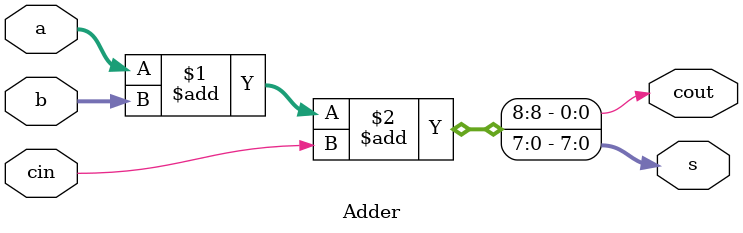
<source format=v>
module ALU(Ain, Bin, ALUop, out, Z); // Arithmetic Logic Unit Module
input [15:0] Ain, Bin; // Inputs
input [1:0] ALUop; // Determines operation to be made on Ain and Bin
output reg [15:0] out; // output value of operation
output [2:0] Z; // Used for status block

// Declared for lab 6/7/8 to be used to check for overflow
wire ovf, sub;
wire [15:0] s;

    always @(*) begin // Checks ALUop value and performs operations accordingly
        case (ALUop)
            2'b00: out = Ain + Bin; // Adds inputs
            2'b01: out = Ain - Bin; // subtracts inputs
            2'b10: out = Ain & Bin; // ANDs inputs
            2'b11: out = ~Bin; // NOTs Bin
            default: out = 16'bxxxxxxxxxxxxxxxx; // Default out value to avoid latches
        endcase
    end

    // Lab 6 onwards overflow check
    AddSub #(16) ovfcheck(Ain, Bin, sub, s, ovf);
    assign sub = ALUop == 2'b01 ? 1'b1: 1'b0; // assigns sub to approptiate value (1 if ALUop == 01, otherwise 0)

    // Updated Z values for lab 6 onwards MIGHT BE INCORRECT
    assign Z[0] = out == 16'b0 ? 1'b1 : 1'b0; // Z to be used for status block
    assign Z[1] = out[15] == 1'b1 ? 1'b1 : 1'b0; // negative flag, set to 1 if MSB of out == 1
    assign Z[2] = ovf == 1'b1 ? 1'b1 : 1'b0; // overflow flag, set to 1 if overflow in computation

endmodule

module AddSub(a, b, sub, s, ovf); // Used primarily to calculate overflow for Z[2] (Taken from slide-set 6)
  parameter n = 8 ;
  input [n-1:0] a, b ;
  input sub;           // subtract if sub=1, otherwise add
  output [n-1:0] s ;
  output ovf ;          // 1 if overflow
  wire c1, c2 ;         // carry out of last two bits
  wire ovf = c1 ^ c2 ;  // overflow if signs don't match

  // add non sign bits
  Adder #(n-1) ai(a[n-2:0],b[n-2:0]^{n-1{sub}},sub,c1,s[n-2:0]);
  // add sign bits
  Adder #(1) as(a[n-1],b[n-1]^sub,c1,c2,s[n-1]);
endmodule

module Adder(a, b, cin, cout, s); // Used within AddSub to calculate overflow for Z[2] (Taken from slide-set 6)
  parameter n = 8 ;
  input [n-1:0] a, b ;
  input cin ;
  output [n-1:0] s ;
  output cout ;
  wire [n-1:0] s;
  wire cout ;

  assign {cout, s} = a + b + cin;
endmodule 


</source>
